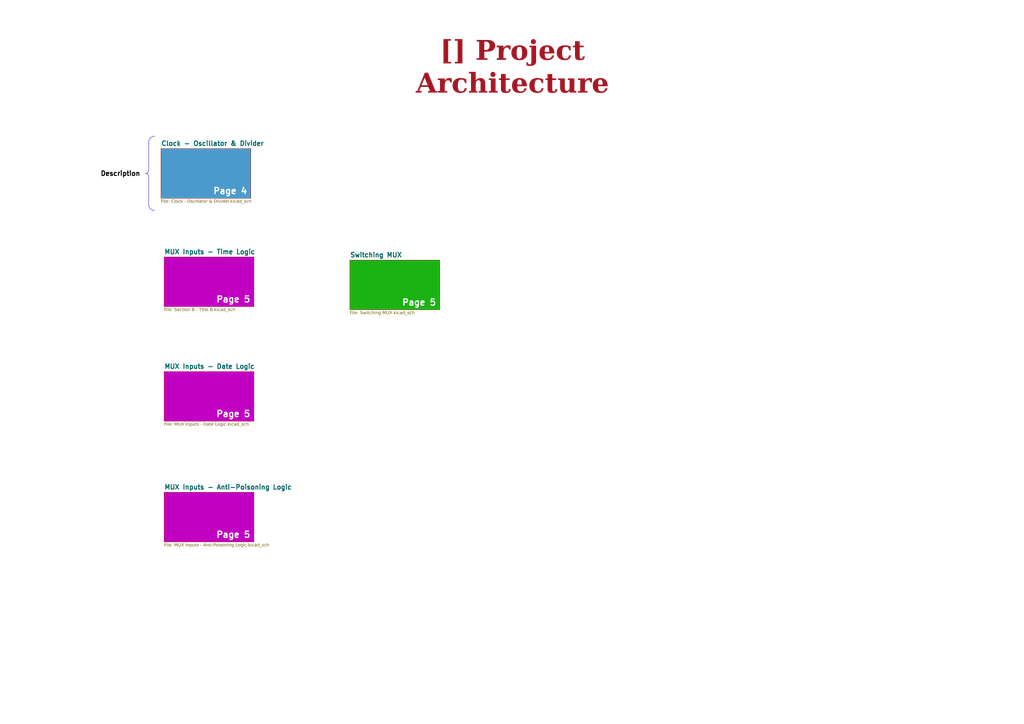
<source format=kicad_sch>
(kicad_sch
	(version 20250114)
	(generator "eeschema")
	(generator_version "9.0")
	(uuid "07236397-3ba4-47af-9809-3faac3a2aa49")
	(paper "A3")
	(title_block
		(title "Project Architecture")
		(date "2025-01-12")
		(rev "${REVISION}")
		(company "${COMPANY}")
	)
	(lib_symbols)
	(arc
		(start -40.6 141.565)
		(mid -40.2251 140.6699)
		(end -39.33 140.295)
		(stroke
			(width 0)
			(type default)
		)
		(fill
			(type none)
		)
		(uuid 033ec2b3-85f4-4ed3-99ec-45ee7b40f8a3)
	)
	(arc
		(start -43.14 127.595)
		(mid -41.3498 128.3448)
		(end -40.6 130.135)
		(stroke
			(width 0)
			(type default)
		)
		(fill
			(type none)
		)
		(uuid 0bf8c18b-90f0-456b-93ca-961b5fa51e0a)
	)
	(arc
		(start 60.96 69.85)
		(mid 60.5851 70.7451)
		(end 59.69 71.12)
		(stroke
			(width 0)
			(type default)
		)
		(fill
			(type none)
		)
		(uuid 13e3bc56-4a98-40ef-8c39-3b21620a792f)
	)
	(arc
		(start -39.33 93.305)
		(mid -40.2251 92.9301)
		(end -40.6 92.035)
		(stroke
			(width 0)
			(type default)
		)
		(fill
			(type none)
		)
		(uuid 19c30b2f-1391-4be0-8a5f-17a3226c0876)
	)
	(arc
		(start -40.6 150.455)
		(mid -41.3439 152.2511)
		(end -43.14 152.995)
		(stroke
			(width 0)
			(type default)
		)
		(fill
			(type none)
		)
		(uuid 1fbe71a1-7c62-4078-8d2b-cbd2e45982e9)
	)
	(arc
		(start -39.33 189.825)
		(mid -40.2251 189.4501)
		(end -40.6 188.555)
		(stroke
			(width 0)
			(type default)
		)
		(fill
			(type none)
		)
		(uuid 3833eed0-1e50-4c1b-8e69-9bf75a0860dd)
	)
	(arc
		(start -40.6 199.985)
		(mid -41.3439 201.7811)
		(end -43.14 202.525)
		(stroke
			(width 0)
			(type default)
		)
		(fill
			(type none)
		)
		(uuid 3f3529c3-ee53-44bf-ad5e-65f16fd08826)
	)
	(arc
		(start -40.6 94.575)
		(mid -40.2251 93.6799)
		(end -39.33 93.305)
		(stroke
			(width 0)
			(type default)
		)
		(fill
			(type none)
		)
		(uuid 5b059745-d833-4f9d-9745-ec7a90904541)
	)
	(arc
		(start -40.6 103.465)
		(mid -41.3439 105.2611)
		(end -43.14 106.005)
		(stroke
			(width 0)
			(type default)
		)
		(fill
			(type none)
		)
		(uuid 62bb3cd5-23b6-4c8e-a8f2-a293aca5d83b)
	)
	(arc
		(start 59.69 71.12)
		(mid 60.5851 71.4949)
		(end 60.96 72.39)
		(stroke
			(width 0)
			(type default)
		)
		(fill
			(type none)
		)
		(uuid 787eda22-1bf9-4d1b-96b2-11995bb2af0f)
	)
	(arc
		(start 63.5 86.36)
		(mid 61.7098 85.6102)
		(end 60.96 83.82)
		(stroke
			(width 0)
			(type default)
		)
		(fill
			(type none)
		)
		(uuid 7c454724-851d-42c5-8823-df570c1fc5eb)
	)
	(arc
		(start -43.14 80.605)
		(mid -41.3498 81.3548)
		(end -40.6 83.145)
		(stroke
			(width 0)
			(type default)
		)
		(fill
			(type none)
		)
		(uuid 94ad6bc3-4505-4c4a-89fc-83d0c51dd562)
	)
	(arc
		(start -43.14 177.125)
		(mid -41.3498 177.8748)
		(end -40.6 179.665)
		(stroke
			(width 0)
			(type default)
		)
		(fill
			(type none)
		)
		(uuid aa29b2c6-482d-4157-9053-c09562102a7e)
	)
	(arc
		(start -39.33 140.295)
		(mid -40.2251 139.9201)
		(end -40.6 139.025)
		(stroke
			(width 0)
			(type default)
		)
		(fill
			(type none)
		)
		(uuid e14437cc-b90c-4d5a-ac1d-0912e9501fce)
	)
	(arc
		(start -40.6 191.095)
		(mid -40.2251 190.1999)
		(end -39.33 189.825)
		(stroke
			(width 0)
			(type default)
		)
		(fill
			(type none)
		)
		(uuid fabf67c4-8b17-4dea-8cc7-5bcffc66bb1c)
	)
	(arc
		(start 60.96 58.42)
		(mid 61.7039 56.6239)
		(end 63.5 55.88)
		(stroke
			(width 0)
			(type default)
		)
		(fill
			(type none)
		)
		(uuid fda911f3-adb3-4abb-981f-a877a93c831b)
	)
	(text "Page 5"
		(exclude_from_sim no)
		(at 102.87 124.46 0)
		(effects
			(font
				(size 2.54 2.54)
				(bold yes)
				(color 255 255 255 1)
			)
			(justify right bottom)
			(href "#5")
		)
		(uuid "b60ecde0-2a85-4071-a728-47148cd80779")
	)
	(text "Page 5"
		(exclude_from_sim no)
		(at 102.87 220.98 0)
		(effects
			(font
				(size 2.54 2.54)
				(bold yes)
				(color 255 255 255 1)
			)
			(justify right bottom)
			(href "#5")
		)
		(uuid "c7eea877-0a00-4601-b609-de6ec85a52d9")
	)
	(text "Page 5"
		(exclude_from_sim no)
		(at 102.87 171.45 0)
		(effects
			(font
				(size 2.54 2.54)
				(bold yes)
				(color 255 255 255 1)
			)
			(justify right bottom)
			(href "#5")
		)
		(uuid "efcd79da-fa6e-43e8-b3c3-4f938d8c58c9")
	)
	(text "Page 4"
		(exclude_from_sim no)
		(at 101.6 80.01 0)
		(effects
			(font
				(size 2.54 2.54)
				(bold yes)
				(color 255 255 255 1)
			)
			(justify right bottom)
			(href "#4")
		)
		(uuid "f04f874a-d252-4474-87f2-c34bbb094a4c")
	)
	(text "Page 5"
		(exclude_from_sim no)
		(at 179.07 125.73 0)
		(effects
			(font
				(size 2.54 2.54)
				(bold yes)
				(color 255 255 255 1)
			)
			(justify right bottom)
			(href "#5")
		)
		(uuid "ffb8bb5b-0c9c-4796-90cd-702bea49ff16")
	)
	(text_box "Description"
		(exclude_from_sim no)
		(at -39.35 137.775 0)
		(size 26.015 5.1)
		(margins 1.4287 1.4287 1.4287 1.4287)
		(stroke
			(width -0.0001)
			(type default)
		)
		(fill
			(type none)
		)
		(effects
			(font
				(size 1.905 1.905)
				(thickness 0.381)
				(bold yes)
				(color 0 0 0 1)
			)
			(justify left top)
		)
		(uuid "3e043b99-c28c-4046-be83-9fcf80667113")
	)
	(text_box "Description"
		(exclude_from_sim no)
		(at 41.91 68.58 0)
		(size 17.145 5.08)
		(margins 1.4287 1.4287 1.4287 1.4287)
		(stroke
			(width -0.0001)
			(type default)
		)
		(fill
			(type none)
		)
		(effects
			(font
				(size 1.905 1.905)
				(thickness 0.381)
				(bold yes)
				(color 0 0 0 1)
			)
			(justify right top)
		)
		(uuid "971f0c48-6726-412d-badf-cee82cbffedd")
	)
	(text_box "Description"
		(exclude_from_sim no)
		(at -39.35 90.785 0)
		(size 26.015 5.1)
		(margins 1.4287 1.4287 1.4287 1.4287)
		(stroke
			(width -0.0001)
			(type default)
		)
		(fill
			(type none)
		)
		(effects
			(font
				(size 1.905 1.905)
				(thickness 0.381)
				(bold yes)
				(color 0 0 0 1)
			)
			(justify left top)
		)
		(uuid "97bb5e92-ab26-4907-9b80-08d49465fc86")
	)
	(text_box "Description"
		(exclude_from_sim no)
		(at -39.35 187.305 0)
		(size 26.015 5.1)
		(margins 1.4287 1.4287 1.4287 1.4287)
		(stroke
			(width -0.0001)
			(type default)
		)
		(fill
			(type none)
		)
		(effects
			(font
				(size 1.905 1.905)
				(thickness 0.381)
				(bold yes)
				(color 0 0 0 1)
			)
			(justify left top)
		)
		(uuid "ed29784a-7741-454d-b2d2-9929f4ac7046")
	)
	(text_box "[${#}] ${TITLE}"
		(exclude_from_sim no)
		(at 144.78 21.59 0)
		(size 130.81 12.7)
		(margins 5.9999 5.9999 5.9999 5.9999)
		(stroke
			(width -0.0001)
			(type default)
		)
		(fill
			(type none)
		)
		(effects
			(font
				(face "Times New Roman")
				(size 8 8)
				(thickness 1.2)
				(bold yes)
				(color 162 22 34 1)
			)
		)
		(uuid "f4789478-c68e-4cee-9edd-5d11b744f94d")
	)
	(polyline
		(pts
			(xy 60.96 72.39) (xy 60.96 83.82)
		)
		(stroke
			(width 0)
			(type default)
		)
		(uuid "8b678fb1-fee7-4461-95f7-7f383f478fdc")
	)
	(polyline
		(pts
			(xy -40.62 94.595) (xy -40.62 103.485)
		)
		(stroke
			(width 0)
			(type default)
		)
		(uuid "8c7de816-3d34-497f-b0c8-22f80559d2d8")
	)
	(polyline
		(pts
			(xy 60.96 69.85) (xy 60.96 58.42)
		)
		(stroke
			(width 0)
			(type default)
		)
		(uuid "903e49b2-1b5d-4317-a33b-adfda1594a88")
	)
	(polyline
		(pts
			(xy -40.62 83.165) (xy -40.62 92.055)
		)
		(stroke
			(width 0)
			(type default)
		)
		(uuid "9543d363-0f36-4c41-97bc-b97723f48818")
	)
	(polyline
		(pts
			(xy -40.62 179.685) (xy -40.62 188.575)
		)
		(stroke
			(width 0)
			(type default)
		)
		(uuid "a91e4fa0-d1ae-4815-9559-febfec318e4b")
	)
	(polyline
		(pts
			(xy -40.62 141.585) (xy -40.62 150.475)
		)
		(stroke
			(width 0)
			(type default)
		)
		(uuid "dfd7fa33-2359-4c5b-b17b-6917868a46e2")
	)
	(polyline
		(pts
			(xy -40.62 130.155) (xy -40.62 139.045)
		)
		(stroke
			(width 0)
			(type default)
		)
		(uuid "f4a80f82-840e-431f-ba25-580797e01f59")
	)
	(polyline
		(pts
			(xy -40.62 191.115) (xy -40.62 200.005)
		)
		(stroke
			(width 0)
			(type default)
		)
		(uuid "fbd13a6a-892b-4531-b6ae-601148fd30fb")
	)
	(sheet
		(at 67.31 201.93)
		(size 36.83 20.32)
		(exclude_from_sim no)
		(in_bom yes)
		(on_board yes)
		(dnp no)
		(fields_autoplaced yes)
		(stroke
			(width 0.1524)
			(type solid)
		)
		(fill
			(color 194 0 194 1.0000)
		)
		(uuid "2a8f5d5f-cd49-42b0-95eb-45963ec7e9fa")
		(property "Sheetname" "MUX Inputs - Anti-Poisoning Logic"
			(at 67.31 200.9009 0)
			(effects
				(font
					(size 1.905 1.905)
					(bold yes)
				)
				(justify left bottom)
			)
		)
		(property "Sheetfile" "MUX Inputs - Anti-Poisoning Logic.kicad_sch"
			(at 67.31 222.8346 0)
			(effects
				(font
					(face "Arial")
					(size 1.27 1.27)
				)
				(justify left top)
			)
		)
		(instances
			(project "Nixie_Tube_Clock"
				(path "/f9e05184-c88b-4a88-ae9c-ab2bdb32be7c/c5103ceb-5325-4a84-a025-9638a412984e"
					(page "8")
				)
			)
		)
	)
	(sheet
		(at 67.31 152.4)
		(size 36.83 20.32)
		(exclude_from_sim no)
		(in_bom yes)
		(on_board yes)
		(dnp no)
		(fields_autoplaced yes)
		(stroke
			(width 0.1524)
			(type solid)
		)
		(fill
			(color 194 0 194 1.0000)
		)
		(uuid "b0dd3d99-d7aa-4c74-be83-cbd53dc43e16")
		(property "Sheetname" "MUX Inputs - Date Logic"
			(at 67.31 151.3709 0)
			(effects
				(font
					(size 1.905 1.905)
					(bold yes)
				)
				(justify left bottom)
			)
		)
		(property "Sheetfile" "MUX Inputs - Date Logic.kicad_sch"
			(at 67.31 173.3046 0)
			(effects
				(font
					(face "Arial")
					(size 1.27 1.27)
				)
				(justify left top)
			)
		)
		(instances
			(project "Nixie_Tube_Clock"
				(path "/f9e05184-c88b-4a88-ae9c-ab2bdb32be7c/c5103ceb-5325-4a84-a025-9638a412984e"
					(page "10")
				)
			)
		)
	)
	(sheet
		(at 67.31 105.41)
		(size 36.83 20.32)
		(exclude_from_sim no)
		(in_bom yes)
		(on_board yes)
		(dnp no)
		(fields_autoplaced yes)
		(stroke
			(width 0.1524)
			(type solid)
		)
		(fill
			(color 194 0 194 1.0000)
		)
		(uuid "e744f3ce-03a6-44a6-8792-1447ef232b9a")
		(property "Sheetname" "MUX Inputs - Time Logic"
			(at 67.31 104.3809 0)
			(effects
				(font
					(size 1.905 1.905)
					(bold yes)
				)
				(justify left bottom)
			)
		)
		(property "Sheetfile" "Section B - TItle B.kicad_sch"
			(at 67.31 126.3146 0)
			(effects
				(font
					(face "Arial")
					(size 1.27 1.27)
				)
				(justify left top)
			)
		)
		(instances
			(project "Nixie_Tube_Clock"
				(path "/f9e05184-c88b-4a88-ae9c-ab2bdb32be7c/c5103ceb-5325-4a84-a025-9638a412984e"
					(page "5")
				)
			)
		)
	)
	(sheet
		(at 143.51 106.68)
		(size 36.83 20.32)
		(exclude_from_sim no)
		(in_bom yes)
		(on_board yes)
		(dnp no)
		(fields_autoplaced yes)
		(stroke
			(width 0.1524)
			(type solid)
		)
		(fill
			(color 26 179 18 1.0000)
		)
		(uuid "eafdb10b-8bee-44fc-a926-9f80434f1164")
		(property "Sheetname" "Switching MUX"
			(at 143.51 105.6509 0)
			(effects
				(font
					(size 1.905 1.905)
					(bold yes)
				)
				(justify left bottom)
			)
		)
		(property "Sheetfile" "Switching MUX.kicad_sch"
			(at 143.51 127.5846 0)
			(effects
				(font
					(face "Arial")
					(size 1.27 1.27)
				)
				(justify left top)
			)
		)
		(instances
			(project "Nixie_Tube_Clock"
				(path "/f9e05184-c88b-4a88-ae9c-ab2bdb32be7c/c5103ceb-5325-4a84-a025-9638a412984e"
					(page "9")
				)
			)
		)
	)
	(sheet
		(at 66.04 60.96)
		(size 36.83 20.32)
		(exclude_from_sim no)
		(in_bom yes)
		(on_board yes)
		(dnp no)
		(fields_autoplaced yes)
		(stroke
			(width 0.1524)
			(type solid)
		)
		(fill
			(color 74 155 203 1.0000)
		)
		(uuid "f06537ee-772d-44d3-8c50-e0ba41038c9c")
		(property "Sheetname" "Clock - Oscillator & Divider"
			(at 66.04 59.9309 0)
			(effects
				(font
					(size 1.905 1.905)
					(bold yes)
				)
				(justify left bottom)
			)
		)
		(property "Sheetfile" "Clock - Oscillator & Divider.kicad_sch"
			(at 66.04 81.8646 0)
			(effects
				(font
					(face "Arial")
					(size 1.27 1.27)
				)
				(justify left top)
			)
		)
		(instances
			(project "Nixie_Tube_Clock"
				(path "/f9e05184-c88b-4a88-ae9c-ab2bdb32be7c/c5103ceb-5325-4a84-a025-9638a412984e"
					(page "4")
				)
			)
		)
	)
)

</source>
